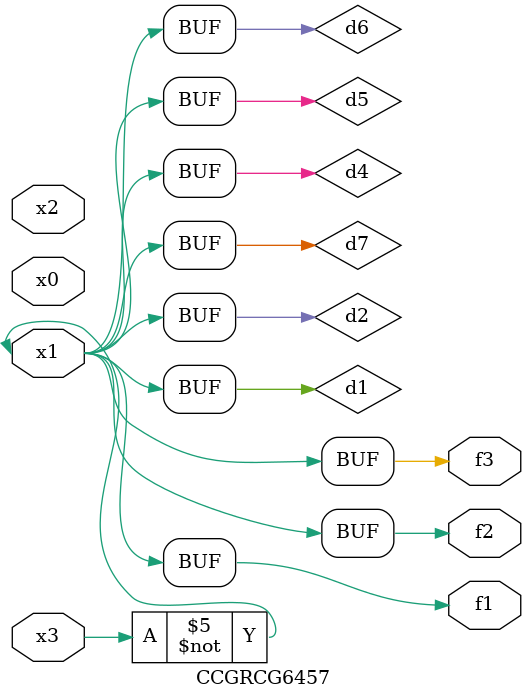
<source format=v>
module CCGRCG6457(
	input x0, x1, x2, x3,
	output f1, f2, f3
);

	wire d1, d2, d3, d4, d5, d6, d7;

	not (d1, x3);
	buf (d2, x1);
	xnor (d3, d1, d2);
	nor (d4, d1);
	buf (d5, d1, d2);
	buf (d6, d4, d5);
	nand (d7, d4);
	assign f1 = d6;
	assign f2 = d7;
	assign f3 = d6;
endmodule

</source>
